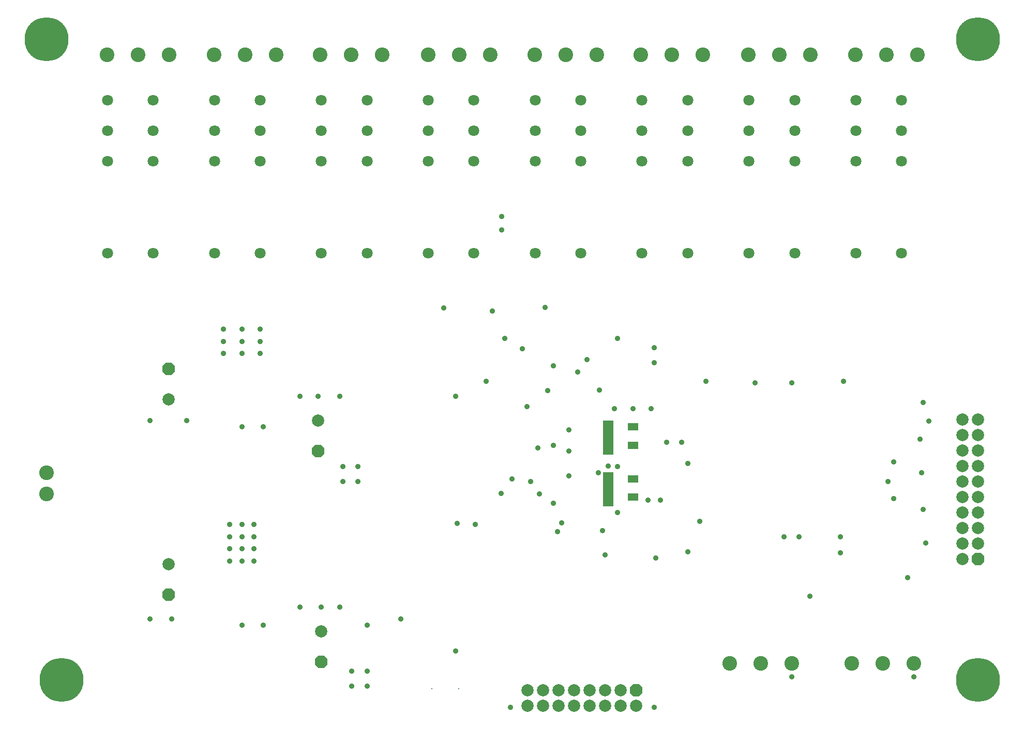
<source format=gbr>
%TF.GenerationSoftware,Altium Limited,Altium Designer,22.4.2 (48)*%
G04 Layer_Color=16711935*
%FSLAX45Y45*%
%MOMM*%
%TF.SameCoordinates,D9E3D5A9-656C-4745-A5A9-85A6BD0C2532*%
%TF.FilePolarity,Negative*%
%TF.FileFunction,Soldermask,Bot*%
%TF.Part,Single*%
G01*
G75*
%TA.AperFunction,SMDPad,CuDef*%
%ADD50R,1.80320X1.20320*%
%TA.AperFunction,ComponentPad*%
%ADD63C,2.00320*%
G04:AMPARAMS|DCode=64|XSize=2.0032mm|YSize=2.0032mm|CornerRadius=0mm|HoleSize=0mm|Usage=FLASHONLY|Rotation=90.000|XOffset=0mm|YOffset=0mm|HoleType=Round|Shape=Octagon|*
%AMOCTAGOND64*
4,1,8,0.50080,1.00160,-0.50080,1.00160,-1.00160,0.50080,-1.00160,-0.50080,-0.50080,-1.00160,0.50080,-1.00160,1.00160,-0.50080,1.00160,0.50080,0.50080,1.00160,0.0*
%
%ADD64OCTAGOND64*%

%ADD65C,2.40320*%
G04:AMPARAMS|DCode=66|XSize=2.0032mm|YSize=2.0032mm|CornerRadius=0mm|HoleSize=0mm|Usage=FLASHONLY|Rotation=180.000|XOffset=0mm|YOffset=0mm|HoleType=Round|Shape=Octagon|*
%AMOCTAGOND66*
4,1,8,-1.00160,0.50080,-1.00160,-0.50080,-0.50080,-1.00160,0.50080,-1.00160,1.00160,-0.50080,1.00160,0.50080,0.50080,1.00160,-0.50080,1.00160,-1.00160,0.50080,0.0*
%
%ADD66OCTAGOND66*%

%ADD67C,1.80320*%
%ADD68C,0.20320*%
%TA.AperFunction,ViaPad*%
%ADD69C,7.20320*%
%ADD70C,0.90320*%
%TA.AperFunction,SMDPad,CuDef*%
%ADD71R,1.70320X5.70320*%
D50*
X10100000Y4600000D02*
D03*
Y4900000D02*
D03*
Y4050000D02*
D03*
Y3750000D02*
D03*
D63*
X15496001Y3492000D02*
D03*
X15750000D02*
D03*
X15496001Y3238000D02*
D03*
X15750000D02*
D03*
X15496001Y2984000D02*
D03*
X15750000D02*
D03*
X15496001Y2730000D02*
D03*
X15750000Y3746000D02*
D03*
X15496001D02*
D03*
X15750000Y4000000D02*
D03*
X15496001D02*
D03*
X15750000Y4254000D02*
D03*
X15496001D02*
D03*
X15750000Y4508000D02*
D03*
X15496001D02*
D03*
Y4762000D02*
D03*
X15750000D02*
D03*
Y5016000D02*
D03*
X15496001D02*
D03*
X2500000Y5350000D02*
D03*
X8376000Y333000D02*
D03*
Y587000D02*
D03*
X8630000Y333000D02*
D03*
Y587000D02*
D03*
X8884000Y333000D02*
D03*
Y587000D02*
D03*
X9138000Y333000D02*
D03*
Y587000D02*
D03*
X10154000Y333000D02*
D03*
X9900000Y587000D02*
D03*
Y333000D02*
D03*
X9646000Y587000D02*
D03*
Y333000D02*
D03*
X9392000Y587000D02*
D03*
Y333000D02*
D03*
X5000000Y1550000D02*
D03*
X2500000Y2650000D02*
D03*
X4950000Y5000000D02*
D03*
D64*
X15750000Y2730000D02*
D03*
X2500000Y5850000D02*
D03*
X5000000Y1050000D02*
D03*
X2500000Y2150000D02*
D03*
X4950000Y4500000D02*
D03*
D65*
X13742000Y11000000D02*
D03*
X14250000D02*
D03*
X14758000D02*
D03*
X11991999D02*
D03*
X12499999D02*
D03*
X13007999D02*
D03*
X10233999D02*
D03*
X10741999D02*
D03*
X11249999D02*
D03*
X8491999D02*
D03*
X8999999D02*
D03*
X9507999D02*
D03*
X6749999D02*
D03*
X7257999D02*
D03*
X7765999D02*
D03*
X4983999D02*
D03*
X5491999D02*
D03*
X5999999D02*
D03*
X3242000D02*
D03*
X3750000D02*
D03*
X4258000D02*
D03*
X1492000D02*
D03*
X2000000D02*
D03*
X2508000D02*
D03*
X14700000Y1021000D02*
D03*
X14192000D02*
D03*
X13684000D02*
D03*
X12700000D02*
D03*
X12192000D02*
D03*
X11684000D02*
D03*
X500000Y4150000D02*
D03*
Y3800000D02*
D03*
D66*
X10154000Y587000D02*
D03*
D67*
X14500000Y9250000D02*
D03*
Y10250000D02*
D03*
Y7750000D02*
D03*
Y9750000D02*
D03*
X13750000D02*
D03*
Y9250000D02*
D03*
Y7750000D02*
D03*
Y10250000D02*
D03*
X2250000Y9250000D02*
D03*
Y10250000D02*
D03*
Y7750000D02*
D03*
Y9750000D02*
D03*
X1500000D02*
D03*
Y9250000D02*
D03*
Y7750000D02*
D03*
Y10250000D02*
D03*
X4000000Y9250000D02*
D03*
Y10250000D02*
D03*
Y7750000D02*
D03*
Y9750000D02*
D03*
X3250000D02*
D03*
Y9250000D02*
D03*
Y7750000D02*
D03*
Y10250000D02*
D03*
X5750000Y9250000D02*
D03*
Y10250000D02*
D03*
Y7750000D02*
D03*
Y9750000D02*
D03*
X5000000D02*
D03*
Y9250000D02*
D03*
Y7750000D02*
D03*
Y10250000D02*
D03*
X7500000Y9250000D02*
D03*
Y10250000D02*
D03*
Y7750000D02*
D03*
Y9750000D02*
D03*
X6750000D02*
D03*
Y9250000D02*
D03*
Y7750000D02*
D03*
Y10250000D02*
D03*
X9250000Y9250000D02*
D03*
Y10250000D02*
D03*
Y7750000D02*
D03*
Y9750000D02*
D03*
X8500000D02*
D03*
Y9250000D02*
D03*
Y7750000D02*
D03*
Y10250000D02*
D03*
X12750000Y9250000D02*
D03*
Y10250000D02*
D03*
Y7750000D02*
D03*
Y9750000D02*
D03*
X12000000D02*
D03*
Y9250000D02*
D03*
Y7750000D02*
D03*
Y10250000D02*
D03*
X11000000Y9250000D02*
D03*
Y10250000D02*
D03*
Y7750000D02*
D03*
Y9750000D02*
D03*
X10250000D02*
D03*
Y9250000D02*
D03*
Y7750000D02*
D03*
Y10250000D02*
D03*
D68*
X6810000Y605000D02*
D03*
X7250000D02*
D03*
D69*
X500000Y11250000D02*
D03*
X750000Y750000D02*
D03*
X15750000D02*
D03*
Y11250000D02*
D03*
D70*
X9050000Y4500000D02*
D03*
X8936861Y3324261D02*
D03*
X8800000Y3650000D02*
D03*
X9050000Y4850000D02*
D03*
Y4100000D02*
D03*
X7941390Y3806787D02*
D03*
X4000000Y6100000D02*
D03*
X3700000D02*
D03*
X3400000D02*
D03*
Y6300000D02*
D03*
X3700000D02*
D03*
X4000000D02*
D03*
Y6500000D02*
D03*
X3700000D02*
D03*
X3400000D02*
D03*
X3500000Y2700000D02*
D03*
Y2900000D02*
D03*
X3700000Y2700000D02*
D03*
X3900000D02*
D03*
Y3300000D02*
D03*
X3700000D02*
D03*
X3500000D02*
D03*
X3700000Y2900000D02*
D03*
X3900000D02*
D03*
Y3100000D02*
D03*
X3700000D02*
D03*
X3500000D02*
D03*
X8295000Y6182500D02*
D03*
X8702500Y5497500D02*
D03*
X8365000Y5230000D02*
D03*
X8000000Y6350000D02*
D03*
X8800000Y5900000D02*
D03*
X9200000Y5800000D02*
D03*
X8661258Y6853677D02*
D03*
X14900000Y3000000D02*
D03*
X13000000Y2125000D02*
D03*
X6300000Y1750000D02*
D03*
X14600000Y2425000D02*
D03*
X14375000Y3725000D02*
D03*
X14275000Y4000000D02*
D03*
X14825000Y4150000D02*
D03*
X14944250Y4994250D02*
D03*
X14375000Y4325000D02*
D03*
X12825000Y3100000D02*
D03*
X12575000D02*
D03*
X12700000Y5625000D02*
D03*
X12100000D02*
D03*
X7004000Y6846000D02*
D03*
X7950000Y8125000D02*
D03*
Y8350000D02*
D03*
X9650000Y2800000D02*
D03*
X9850000Y3500000D02*
D03*
X8866338Y3183504D02*
D03*
X9600000Y3200000D02*
D03*
X8575000Y3800000D02*
D03*
X8425000Y4000000D02*
D03*
X8125000Y4050000D02*
D03*
X11200079Y3349921D02*
D03*
X11000000Y2850000D02*
D03*
X13500000Y2838500D02*
D03*
Y3100000D02*
D03*
X14850000Y3550000D02*
D03*
X10475000Y2750000D02*
D03*
X10450000Y5950000D02*
D03*
Y6200000D02*
D03*
X9850000Y6350000D02*
D03*
X9550000Y5500000D02*
D03*
X8550000Y4550000D02*
D03*
X8800000Y4600000D02*
D03*
X10450000Y300000D02*
D03*
X8100000D02*
D03*
X14700000Y800000D02*
D03*
X12700000D02*
D03*
X14800000Y4700000D02*
D03*
X11000000Y4300000D02*
D03*
X5600000Y4000000D02*
D03*
X5350000D02*
D03*
X5600000Y4250000D02*
D03*
X5350000D02*
D03*
X7800000Y6800000D02*
D03*
X14850000Y5300000D02*
D03*
X9850000Y4250000D02*
D03*
X10650000Y4650000D02*
D03*
X10900000D02*
D03*
X7700000Y5650000D02*
D03*
X9800000Y5200000D02*
D03*
X10100000D02*
D03*
X10400000D02*
D03*
X10550000Y3700000D02*
D03*
X10350000D02*
D03*
X7525000Y3300000D02*
D03*
X7200000Y1225000D02*
D03*
X13550000Y5650000D02*
D03*
X11300000D02*
D03*
X9350000Y6000000D02*
D03*
X7200000Y5400000D02*
D03*
X7224913Y3317340D02*
D03*
X9696282Y4256458D02*
D03*
X9537579Y4150000D02*
D03*
X5500000Y650000D02*
D03*
X5750000D02*
D03*
Y900000D02*
D03*
X5500000D02*
D03*
X5750000Y1650000D02*
D03*
X4050000Y4900000D02*
D03*
X3700000D02*
D03*
Y1650000D02*
D03*
X4050000D02*
D03*
X5300000Y1950000D02*
D03*
X5000000D02*
D03*
X4650000D02*
D03*
X5300000Y5400000D02*
D03*
X4650000D02*
D03*
X4950000D02*
D03*
X2800000Y5000000D02*
D03*
X2200000D02*
D03*
X2550000Y1750000D02*
D03*
X2200000D02*
D03*
D71*
X9700000Y4725000D02*
D03*
Y3875000D02*
D03*
%TF.MD5,3bb344bb440f84db65038494aeb74c34*%
M02*

</source>
